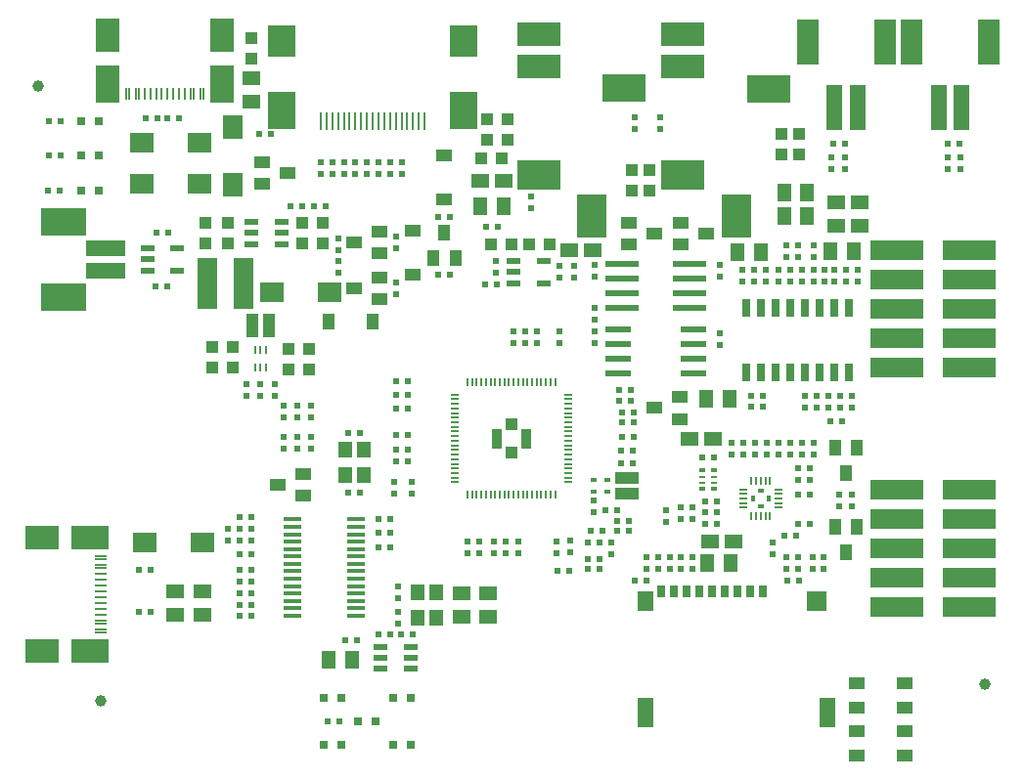
<source format=gbr>
%TF.GenerationSoftware,KiCad,Pcbnew,7.0.9-7.0.9~ubuntu22.04.1*%
%TF.CreationDate,2025-04-18T14:33:25+03:00*%
%TF.ProjectId,RP2350pc_Rev_A,52503233-3530-4706-935f-5265765f412e,A*%
%TF.SameCoordinates,PX68e7780PY7735940*%
%TF.FileFunction,Paste,Top*%
%TF.FilePolarity,Positive*%
%FSLAX46Y46*%
G04 Gerber Fmt 4.6, Leading zero omitted, Abs format (unit mm)*
G04 Created by KiCad (PCBNEW 7.0.9-7.0.9~ubuntu22.04.1) date 2025-04-18 14:33:25*
%MOMM*%
%LPD*%
G01*
G04 APERTURE LIST*
G04 Aperture macros list*
%AMOutline4P*
0 Free polygon, 4 corners , with rotation*
0 The origin of the aperture is its center*
0 number of corners: always 4*
0 $1 to $8 corner X, Y*
0 $9 Rotation angle, in degrees counterclockwise*
0 create outline with 4 corners*
4,1,4,$1,$2,$3,$4,$5,$6,$7,$8,$1,$2,$9*%
G04 Aperture macros list end*
%ADD10R,0.500000X0.550000*%
%ADD11R,0.550000X0.500000*%
%ADD12C,1.000000*%
%ADD13R,1.400000X1.000000*%
%ADD14R,2.400000X2.800000*%
%ADD15R,2.400000X3.200000*%
%ADD16R,0.230000X1.580000*%
%ADD17R,1.016000X1.016000*%
%ADD18R,0.800000X0.800000*%
%ADD19R,2.200000X0.600000*%
%ADD20R,1.270000X1.524000*%
%ADD21R,0.550000X0.450000*%
%ADD22R,0.230000X0.750000*%
%ADD23R,3.700000X2.000000*%
%ADD24R,3.700000X2.400000*%
%ADD25R,3.700000X2.600000*%
%ADD26R,2.600000X3.700000*%
%ADD27R,1.524000X1.270000*%
%ADD28R,1.000000X1.400000*%
%ADD29R,1.800000X1.800000*%
%ADD30R,1.400000X1.800000*%
%ADD31R,1.400000X2.600000*%
%ADD32R,0.700000X1.100000*%
%ADD33R,1.200000X0.550000*%
%ADD34R,1.900000X3.900000*%
%ADD35R,1.400000X3.900000*%
%ADD36R,2.000000X1.700000*%
%ADD37Outline4P,-0.850000X-2.275000X0.850000X-2.275000X0.850000X2.275000X-0.850000X2.275000X270.000000*%
%ADD38R,1.500000X0.320000*%
%ADD39R,1.200000X1.400000*%
%ADD40R,3.200000X2.100000*%
%ADD41R,3.000000X2.100000*%
%ADD42R,2.200000X1.100000*%
%ADD43R,2.000000X1.100000*%
%ADD44R,1.130000X0.280000*%
%ADD45R,1.130000X0.230000*%
%ADD46R,0.605000X0.305000*%
%ADD47R,0.605000X0.230000*%
%ADD48R,1.700000X2.000000*%
%ADD49R,2.100000X3.200000*%
%ADD50R,2.100000X3.000000*%
%ADD51R,1.100000X2.200000*%
%ADD52R,1.100000X2.000000*%
%ADD53R,0.280000X1.130000*%
%ADD54R,0.230000X1.130000*%
%ADD55R,0.635000X1.600000*%
%ADD56R,0.800000X0.211000*%
%ADD57R,0.211000X0.800000*%
%ADD58R,0.400000X0.500000*%
%ADD59R,0.500000X0.400000*%
%ADD60R,1.750000X4.500000*%
%ADD61R,3.900000X2.400000*%
%ADD62R,3.400000X1.400000*%
%ADD63R,0.791000X0.211000*%
%ADD64R,0.211000X0.791000*%
%ADD65R,0.900000X1.700000*%
%ADD66R,1.000000X1.000000*%
G04 APERTURE END LIST*
D10*
%TO.C,R84*%
X52814000Y32671000D03*
X51798000Y32671000D03*
%TD*%
%TO.C,R101*%
X51798000Y31782000D03*
X52814000Y31782000D03*
%TD*%
D11*
%TO.C,R53*%
X24000000Y30292000D03*
X24000000Y31308000D03*
%TD*%
%TO.C,R48*%
X25200000Y30292000D03*
X25200000Y31308000D03*
%TD*%
D12*
%TO.C,FID2*%
X1500000Y59000000D03*
%TD*%
D11*
%TO.C,C53*%
X22800000Y30292000D03*
X22800000Y31308000D03*
%TD*%
%TO.C,R66*%
X33000000Y51392000D03*
X33000000Y52408000D03*
%TD*%
%TO.C,R63*%
X30000000Y51392000D03*
X30000000Y52408000D03*
%TD*%
%TO.C,R60*%
X27000000Y51392000D03*
X27000000Y52408000D03*
%TD*%
%TO.C,R59*%
X26000000Y51392000D03*
X26000000Y52408000D03*
%TD*%
D12*
%TO.C,FID3*%
X83500000Y7200000D03*
%TD*%
D13*
%TO.C,BOOT1*%
X72425000Y3175000D03*
X72425000Y1025000D03*
X76575000Y3175000D03*
X76575000Y1025000D03*
%TD*%
D14*
%TO.C,DVI1*%
X22650000Y62950000D03*
D15*
X22650000Y56900000D03*
D14*
X38350000Y62950000D03*
D15*
X38350000Y56900000D03*
D16*
X26000000Y55950000D03*
X26500000Y55950000D03*
X27000000Y55950000D03*
X27500000Y55950000D03*
X28000000Y55950000D03*
X28500000Y55950000D03*
X29000000Y55950000D03*
X29500000Y55950000D03*
X30000000Y55950000D03*
X30500000Y55950000D03*
X31000000Y55950000D03*
X31500000Y55950000D03*
X32000000Y55950000D03*
X32500000Y55950000D03*
X33000000Y55950000D03*
X33500000Y55950000D03*
X34000000Y55950000D03*
X34500000Y55950000D03*
X35000000Y55950000D03*
%TD*%
D11*
%TO.C,R62*%
X29000000Y51392000D03*
X29000000Y52408000D03*
%TD*%
%TO.C,R61*%
X28000000Y51392000D03*
X28000000Y52408000D03*
%TD*%
%TO.C,R64*%
X31000000Y51392000D03*
X31000000Y52408000D03*
%TD*%
%TO.C,R65*%
X32000000Y51392000D03*
X32000000Y52408000D03*
%TD*%
D12*
%TO.C,FID1*%
X7000000Y5750000D03*
%TD*%
D10*
%TO.C,R11*%
X53008000Y27450000D03*
X51992000Y27450000D03*
%TD*%
D17*
%TO.C,C45*%
X25000000Y36289000D03*
X25000000Y34511000D03*
%TD*%
D11*
%TO.C,C65*%
X70467000Y42069000D03*
X70467000Y43085000D03*
%TD*%
%TO.C,R80*%
X66276000Y44228000D03*
X66276000Y45244000D03*
%TD*%
%TO.C,C78*%
X67673000Y43085000D03*
X67673000Y42069000D03*
%TD*%
D10*
%TO.C,R24*%
X23392000Y48600000D03*
X24408000Y48600000D03*
%TD*%
%TO.C,R38*%
X40200000Y41800000D03*
X41216000Y41800000D03*
%TD*%
D18*
%TO.C,LED_HOST4*%
X33762000Y2000000D03*
X32238000Y2000000D03*
%TD*%
D19*
%TO.C,U1*%
X51765000Y37905000D03*
X51765000Y36635000D03*
X51765000Y35365000D03*
X51765000Y34095000D03*
X58235000Y34095000D03*
X58235000Y35365000D03*
X58235000Y36635000D03*
X58235000Y37905000D03*
%TD*%
D20*
%TO.C,FB1*%
X66149000Y49816000D03*
X66149000Y47784000D03*
%TD*%
D11*
%TO.C,C8*%
X38700000Y19608000D03*
X38700000Y18592000D03*
%TD*%
D10*
%TO.C,R15*%
X3508000Y53000000D03*
X2492000Y53000000D03*
%TD*%
D20*
%TO.C,R99*%
X70086000Y44736000D03*
X72118000Y44736000D03*
%TD*%
%TO.C,C89*%
X64117000Y44609000D03*
X62085000Y44609000D03*
%TD*%
D10*
%TO.C,C52*%
X60053000Y26829000D03*
X59037000Y26829000D03*
%TD*%
D21*
%TO.C,C15*%
X50782000Y24933000D03*
X50782000Y23867000D03*
%TD*%
D11*
%TO.C,C4*%
X44700000Y36792000D03*
X44700000Y37808000D03*
%TD*%
D22*
%TO.C,U4*%
X21300000Y36175000D03*
X20800000Y36175000D03*
X20300000Y36175000D03*
X21300000Y34625000D03*
X20800000Y34625000D03*
X20300000Y34625000D03*
%TD*%
D10*
%TO.C,C13*%
X52052000Y29877000D03*
X53068000Y29877000D03*
%TD*%
D11*
%TO.C,C61*%
X62593000Y27083000D03*
X62593000Y28099000D03*
%TD*%
D23*
%TO.C,Line-In1*%
X44850000Y63525000D03*
X44850000Y60725000D03*
D24*
X52250000Y58825000D03*
D25*
X44850000Y51325000D03*
D26*
X49500000Y47775000D03*
%TD*%
D11*
%TO.C,R103*%
X39700000Y19608000D03*
X39700000Y18592000D03*
%TD*%
D10*
%TO.C,C27*%
X30992000Y20300000D03*
X32008000Y20300000D03*
%TD*%
D11*
%TO.C,R49*%
X25200000Y27592000D03*
X25200000Y28608000D03*
%TD*%
D10*
%TO.C,C60*%
X66149000Y20098000D03*
X67165000Y20098000D03*
%TD*%
D23*
%TO.C,HEADSETS1*%
X57350000Y63500000D03*
X57350000Y60700000D03*
D24*
X64750000Y58800000D03*
D25*
X57350000Y51300000D03*
D26*
X62000000Y47750000D03*
%TD*%
D17*
%TO.C,R2*%
X42200000Y56189000D03*
X42200000Y54411000D03*
%TD*%
D11*
%TO.C,R35*%
X47600000Y19616000D03*
X47600000Y18600000D03*
%TD*%
D10*
%TO.C,C85*%
X63228000Y31250000D03*
X64244000Y31250000D03*
%TD*%
D11*
%TO.C,C70*%
X60561000Y42492000D03*
X60561000Y43508000D03*
%TD*%
%TO.C,R46*%
X67673000Y28099000D03*
X67673000Y27083000D03*
%TD*%
%TO.C,R95*%
X54200000Y18208000D03*
X54200000Y17192000D03*
%TD*%
D27*
%TO.C,C40*%
X15800000Y15216000D03*
X15800000Y13184000D03*
%TD*%
D28*
%TO.C,FET2*%
X72432960Y20824440D03*
X70530500Y20824440D03*
X71485540Y18614640D03*
%TD*%
D27*
%TO.C,C44*%
X13400000Y15216000D03*
X13400000Y13184000D03*
%TD*%
D11*
%TO.C,R97*%
X56200000Y18208000D03*
X56200000Y17192000D03*
%TD*%
D10*
%TO.C,C22*%
X29408000Y29000000D03*
X28392000Y29000000D03*
%TD*%
D29*
%TO.C,MICRO_SD1*%
X68950000Y14370000D03*
D30*
X54150000Y14370000D03*
D31*
X69850000Y4770000D03*
X54150000Y4770000D03*
D32*
X64250000Y15250000D03*
X63150000Y15250000D03*
X62050000Y15250000D03*
X60950000Y15250000D03*
X59850000Y15250000D03*
X58750000Y15250000D03*
X57650000Y15250000D03*
X56550000Y15250000D03*
X55450000Y15250000D03*
%TD*%
D10*
%TO.C,C51*%
X60307000Y23019000D03*
X59291000Y23019000D03*
%TD*%
D11*
%TO.C,C71*%
X58148000Y21495000D03*
X58148000Y22511000D03*
%TD*%
%TO.C,R52*%
X27500000Y42892000D03*
X27500000Y43908000D03*
%TD*%
D10*
%TO.C,C5*%
X42692000Y37800000D03*
X43708000Y37800000D03*
%TD*%
D11*
%TO.C,R79*%
X55354000Y56293000D03*
X55354000Y55277000D03*
%TD*%
D20*
%TO.C,C32*%
X28716000Y9300000D03*
X26684000Y9300000D03*
%TD*%
D10*
%TO.C,C88*%
X62466000Y43085000D03*
X63482000Y43085000D03*
%TD*%
D17*
%TO.C,C35*%
X18400000Y36389000D03*
X18400000Y34611000D03*
%TD*%
D10*
%TO.C,R70*%
X12692000Y56200000D03*
X13708000Y56200000D03*
%TD*%
%TO.C,R76*%
X36192000Y42700000D03*
X37208000Y42700000D03*
%TD*%
D21*
%TO.C,C14*%
X49639000Y24933000D03*
X49639000Y23867000D03*
%TD*%
D18*
%TO.C,LED_HOST3*%
X33762000Y6000000D03*
X32238000Y6000000D03*
%TD*%
D33*
%TO.C,U2*%
X11000000Y44950000D03*
X11000000Y44000000D03*
X11000000Y43050000D03*
X13600000Y43050000D03*
X13600000Y44950000D03*
%TD*%
D20*
%TO.C,C80*%
X59484000Y17700000D03*
X61516000Y17700000D03*
%TD*%
D11*
%TO.C,C77*%
X68943000Y32163000D03*
X68943000Y31147000D03*
%TD*%
D34*
%TO.C,LSPK1*%
X74850000Y62850000D03*
D35*
X72500000Y57150000D03*
X70500000Y57150000D03*
D34*
X68150000Y62850000D03*
%TD*%
D20*
%TO.C,C86*%
X59384000Y31900000D03*
X61416000Y31900000D03*
%TD*%
D10*
%TO.C,C29*%
X20008000Y13100000D03*
X18992000Y13100000D03*
%TD*%
D27*
%TO.C,C46*%
X40500000Y15116000D03*
X40500000Y13084000D03*
%TD*%
D10*
%TO.C,R27*%
X30992000Y11500000D03*
X32008000Y11500000D03*
%TD*%
D27*
%TO.C,L6*%
X49516000Y44800000D03*
X47484000Y44800000D03*
%TD*%
D18*
%TO.C,CHARGING1*%
X5238000Y53000000D03*
X6762000Y53000000D03*
%TD*%
D11*
%TO.C,R92*%
X69500000Y18208000D03*
X69500000Y17192000D03*
%TD*%
D10*
%TO.C,C24*%
X40292000Y46800000D03*
X41308000Y46800000D03*
%TD*%
D36*
%TO.C,D7*%
X15500000Y54100000D03*
X10500000Y54100000D03*
%TD*%
D10*
%TO.C,C10*%
X51671000Y21368000D03*
X52687000Y21368000D03*
%TD*%
D17*
%TO.C,C38*%
X18000000Y45411000D03*
X18000000Y47189000D03*
%TD*%
D10*
%TO.C,R58*%
X11908000Y56200000D03*
X10892000Y56200000D03*
%TD*%
D20*
%TO.C,C23*%
X41816000Y48600000D03*
X39784000Y48600000D03*
%TD*%
D11*
%TO.C,C68*%
X53195000Y56293000D03*
X53195000Y55277000D03*
%TD*%
D10*
%TO.C,R20*%
X18992000Y21700000D03*
X20008000Y21700000D03*
%TD*%
D37*
%TO.C,UEXT1*%
X82125000Y44830000D03*
X75875000Y44830000D03*
X82125000Y42290000D03*
X75875000Y42290000D03*
X82125000Y39750000D03*
X75875000Y39750000D03*
X82125000Y37210000D03*
X75875000Y37210000D03*
X82125000Y34670000D03*
X75875000Y34670000D03*
%TD*%
D17*
%TO.C,C75*%
X65895000Y54896000D03*
X65895000Y53118000D03*
%TD*%
D10*
%TO.C,R33*%
X26592000Y4000000D03*
X27608000Y4000000D03*
%TD*%
D11*
%TO.C,C48*%
X41200000Y43908000D03*
X41200000Y42892000D03*
%TD*%
D10*
%TO.C,R56*%
X67292000Y24924000D03*
X68308000Y24924000D03*
%TD*%
%TO.C,R72*%
X33508000Y32300000D03*
X32492000Y32300000D03*
%TD*%
D11*
%TO.C,C93*%
X81389000Y51848000D03*
X81389000Y52864000D03*
%TD*%
D19*
%TO.C,U10*%
X52400000Y43655000D03*
X52400000Y42385000D03*
X52400000Y41115000D03*
X52400000Y39845000D03*
X57600000Y39845000D03*
X57600000Y41115000D03*
X57600000Y42385000D03*
X57600000Y43655000D03*
%TD*%
%TO.C,U9*%
X51765000Y43655000D03*
X51765000Y42385000D03*
X51765000Y41115000D03*
X51765000Y39845000D03*
X58235000Y39845000D03*
X58235000Y41115000D03*
X58235000Y42385000D03*
X58235000Y43655000D03*
%TD*%
D10*
%TO.C,R37*%
X49092000Y18066000D03*
X50108000Y18066000D03*
%TD*%
%TO.C,C2*%
X12700000Y41700000D03*
X11684000Y41700000D03*
%TD*%
%TO.C,R55*%
X67292000Y25940000D03*
X68308000Y25940000D03*
%TD*%
%TO.C,C7*%
X33508000Y28800000D03*
X32492000Y28800000D03*
%TD*%
%TO.C,R29*%
X20008000Y19700000D03*
X18992000Y19700000D03*
%TD*%
%TO.C,R17*%
X11308000Y17100000D03*
X10292000Y17100000D03*
%TD*%
D11*
%TO.C,R40*%
X32500000Y44994540D03*
X32500000Y46010540D03*
%TD*%
%TO.C,C94*%
X68689000Y44228000D03*
X68689000Y45244000D03*
%TD*%
D10*
%TO.C,C11*%
X52052000Y30766000D03*
X53068000Y30766000D03*
%TD*%
%TO.C,C58*%
X67292000Y21114000D03*
X68308000Y21114000D03*
%TD*%
D13*
%TO.C,T2*%
X57142560Y47199960D03*
X57142560Y45297500D03*
X59352360Y46252540D03*
%TD*%
D11*
%TO.C,C92*%
X67292000Y44228000D03*
X67292000Y45244000D03*
%TD*%
%TO.C,R47*%
X70848000Y23654000D03*
X70848000Y22638000D03*
%TD*%
D17*
%TO.C,R5*%
X40400000Y56189000D03*
X40400000Y54411000D03*
%TD*%
D13*
%TO.C,FET5*%
X31107440Y40550039D03*
X31107440Y42452499D03*
X28897640Y41497459D03*
%TD*%
D10*
%TO.C,R90*%
X67408000Y16200000D03*
X66392000Y16200000D03*
%TD*%
D17*
%TO.C,C66*%
X67419000Y53118000D03*
X67419000Y54896000D03*
%TD*%
D11*
%TO.C,R83*%
X67927000Y31147000D03*
X67927000Y32163000D03*
%TD*%
%TO.C,R68*%
X69959000Y31147000D03*
X69959000Y32163000D03*
%TD*%
D10*
%TO.C,C12*%
X52052000Y28607000D03*
X53068000Y28607000D03*
%TD*%
D38*
%TO.C,U6*%
X29031500Y13160000D03*
X29031500Y13800000D03*
X29031500Y14440000D03*
X29031500Y15080000D03*
X29031500Y15720000D03*
X29031500Y16360000D03*
X29031500Y17000000D03*
X29031500Y17640000D03*
X29031500Y18280000D03*
X29031500Y18920000D03*
X29031500Y19560000D03*
X29031500Y20200000D03*
X29031500Y20840000D03*
X29031500Y21480000D03*
X23531500Y21480000D03*
X23531500Y20840000D03*
X23531500Y20200000D03*
X23531500Y19560000D03*
X23531500Y18920000D03*
X23531500Y18280000D03*
X23531500Y17640000D03*
X23531500Y17000000D03*
X23531500Y16360000D03*
X23531500Y15720000D03*
X23531500Y15080000D03*
X23531500Y14440000D03*
X23531500Y13800000D03*
X23531500Y13160000D03*
%TD*%
D36*
%TO.C,D4*%
X26750000Y41200000D03*
X21750000Y41200000D03*
%TD*%
D17*
%TO.C,C64*%
X52941000Y51721000D03*
X52941000Y49943000D03*
%TD*%
D11*
%TO.C,R85*%
X41000000Y18592000D03*
X41000000Y19608000D03*
%TD*%
D18*
%TO.C,Act/Sus1*%
X30762000Y4000000D03*
X29238000Y4000000D03*
%TD*%
D11*
%TO.C,R81*%
X70975000Y32163000D03*
X70975000Y31147000D03*
%TD*%
%TO.C,C56*%
X46700000Y43408000D03*
X46700000Y42392000D03*
%TD*%
D13*
%TO.C,T1*%
X24507440Y23550040D03*
X24507440Y25452500D03*
X22297640Y24497460D03*
%TD*%
D33*
%TO.C,U7*%
X22600100Y45350000D03*
X22600100Y46300000D03*
X22600100Y47250000D03*
X19999900Y47250000D03*
X19999900Y46300000D03*
X19999900Y45350000D03*
%TD*%
D10*
%TO.C,R13*%
X32492000Y27500000D03*
X33508000Y27500000D03*
%TD*%
%TO.C,C87*%
X63482000Y42069000D03*
X62466000Y42069000D03*
%TD*%
D13*
%TO.C,FET4*%
X31107440Y44552580D03*
X31107440Y46455040D03*
X28897640Y45500000D03*
%TD*%
D10*
%TO.C,C6*%
X33508000Y31100000D03*
X32492000Y31100000D03*
%TD*%
D11*
%TO.C,R6*%
X49700000Y39808000D03*
X49700000Y38792000D03*
%TD*%
D10*
%TO.C,C26*%
X20008000Y16100000D03*
X18992000Y16100000D03*
%TD*%
%TO.C,C63*%
X71102000Y30004000D03*
X70086000Y30004000D03*
%TD*%
D33*
%TO.C,U5*%
X33800100Y8550000D03*
X33800100Y9500000D03*
X33800100Y10450000D03*
X31199900Y10450000D03*
X31199900Y9500000D03*
X31199900Y8550000D03*
%TD*%
D10*
%TO.C,R30*%
X20008000Y20700000D03*
X18992000Y20700000D03*
%TD*%
%TO.C,R9*%
X51671000Y20479000D03*
X52687000Y20479000D03*
%TD*%
D17*
%TO.C,R43*%
X45789000Y45300000D03*
X44011000Y45300000D03*
%TD*%
D11*
%TO.C,R102*%
X46400000Y19608000D03*
X46400000Y18592000D03*
%TD*%
%TO.C,R93*%
X66276000Y18193000D03*
X66276000Y17177000D03*
%TD*%
%TO.C,R50*%
X65641000Y27083000D03*
X65641000Y28099000D03*
%TD*%
D39*
%TO.C,Q2*%
X34400000Y15200000D03*
X36000000Y13000000D03*
X36000000Y15200000D03*
X34400000Y13000000D03*
%TD*%
D11*
%TO.C,R12*%
X51163000Y18447000D03*
X51163000Y19463000D03*
%TD*%
%TO.C,C62*%
X65133000Y18447000D03*
X65133000Y19463000D03*
%TD*%
D10*
%TO.C,R28*%
X34008000Y11500000D03*
X32992000Y11500000D03*
%TD*%
D40*
%TO.C,USB-PGM1*%
X6030000Y10072400D03*
X6030000Y19927600D03*
D41*
X1850000Y10072400D03*
X1850000Y19927600D03*
D42*
X6030000Y10072400D03*
X6030000Y19927600D03*
D43*
X1850000Y10072400D03*
X1850000Y19927600D03*
D44*
X6932000Y18325000D03*
X6932000Y17525000D03*
D45*
X6932000Y16250000D03*
X6932000Y15250000D03*
X6932000Y14750000D03*
X6932000Y13750000D03*
D44*
X6932000Y12475000D03*
X6932000Y11675000D03*
X6932000Y11925000D03*
X6932000Y12725000D03*
D45*
X6932000Y13250000D03*
X6932000Y14250000D03*
X6932000Y15750000D03*
X6932000Y16750000D03*
D44*
X6932000Y17275000D03*
X6932000Y18075000D03*
%TD*%
D10*
%TO.C,R32*%
X20008000Y14100000D03*
X18992000Y14100000D03*
%TD*%
D27*
%TO.C,FB3*%
X70594000Y48927000D03*
X72626000Y48927000D03*
%TD*%
D11*
%TO.C,R87*%
X67292000Y18208000D03*
X67292000Y17192000D03*
%TD*%
D13*
%TO.C,FET1*%
X20892560Y52449960D03*
X20892560Y50547500D03*
X23102360Y51502540D03*
%TD*%
D46*
%TO.C,RM1*%
X59032500Y25714000D03*
X60057500Y25714000D03*
D47*
X59032500Y25174000D03*
X60057500Y25174000D03*
X59032500Y24674000D03*
X60057500Y24674000D03*
D46*
X59032500Y24134000D03*
X60057500Y24134000D03*
%TD*%
D11*
%TO.C,C49*%
X66657000Y27083000D03*
X66657000Y28099000D03*
%TD*%
D28*
%TO.C,D5*%
X30500000Y38600000D03*
X26700000Y38600000D03*
%TD*%
D10*
%TO.C,C83*%
X72499000Y42069000D03*
X71483000Y42069000D03*
%TD*%
%TO.C,R71*%
X32492000Y33500000D03*
X33508000Y33500000D03*
%TD*%
D11*
%TO.C,R100*%
X46700000Y36792000D03*
X46700000Y37808000D03*
%TD*%
%TO.C,R94*%
X55862000Y22257000D03*
X55862000Y21241000D03*
%TD*%
D13*
%TO.C,T3*%
X52642560Y47199960D03*
X52642560Y45297500D03*
X54852360Y46252540D03*
%TD*%
D11*
%TO.C,R51*%
X27500000Y45808000D03*
X27500000Y44792000D03*
%TD*%
%TO.C,C9*%
X42000000Y19608000D03*
X42000000Y18592000D03*
%TD*%
%TO.C,R57*%
X47900000Y43408000D03*
X47900000Y42392000D03*
%TD*%
D39*
%TO.C,Q1*%
X29700000Y25300000D03*
X28100000Y27500000D03*
X28100000Y25300000D03*
X29700000Y27500000D03*
%TD*%
D13*
%TO.C,D6*%
X34000000Y46500000D03*
X34000000Y42700000D03*
%TD*%
D11*
%TO.C,R18*%
X49700000Y37808000D03*
X49700000Y36792000D03*
%TD*%
D10*
%TO.C,R75*%
X37208000Y47700000D03*
X36192000Y47700000D03*
%TD*%
D11*
%TO.C,R44*%
X68689000Y28099000D03*
X68689000Y27083000D03*
%TD*%
%TO.C,R86*%
X68562000Y18208000D03*
X68562000Y17192000D03*
%TD*%
%TO.C,C76*%
X71991000Y31147000D03*
X71991000Y32163000D03*
%TD*%
%TO.C,R89*%
X55200000Y18208000D03*
X55200000Y17192000D03*
%TD*%
D20*
%TO.C,FB2*%
X68054000Y49816000D03*
X68054000Y47784000D03*
%TD*%
D11*
%TO.C,C18*%
X43100000Y19608000D03*
X43100000Y18592000D03*
%TD*%
D10*
%TO.C,R104*%
X80246000Y54007000D03*
X81262000Y54007000D03*
%TD*%
%TO.C,R22*%
X32008000Y21500000D03*
X30992000Y21500000D03*
%TD*%
D13*
%TO.C,RST1*%
X72425000Y7325000D03*
X72425000Y5175000D03*
X76575000Y7325000D03*
X76575000Y5175000D03*
%TD*%
D11*
%TO.C,C54*%
X22800000Y27592000D03*
X22800000Y28608000D03*
%TD*%
%TO.C,R73*%
X57132000Y22511000D03*
X57132000Y21495000D03*
%TD*%
D27*
%TO.C,C67*%
X20000000Y59716000D03*
X20000000Y57684000D03*
%TD*%
D10*
%TO.C,C28*%
X30992000Y19100000D03*
X32008000Y19100000D03*
%TD*%
D28*
%TO.C,FET6*%
X35750040Y44092560D03*
X37652500Y44092560D03*
X36697460Y46302360D03*
%TD*%
D10*
%TO.C,R31*%
X20008000Y15100000D03*
X18992000Y15100000D03*
%TD*%
%TO.C,C20*%
X50401000Y20479000D03*
X49385000Y20479000D03*
%TD*%
D11*
%TO.C,C30*%
X32700000Y14692000D03*
X32700000Y15708000D03*
%TD*%
D17*
%TO.C,C39*%
X16000000Y45411000D03*
X16000000Y47189000D03*
%TD*%
D43*
%TO.C,L2*%
X52500000Y25100000D03*
X52500000Y23700000D03*
%TD*%
D11*
%TO.C,C19*%
X49639000Y22104600D03*
X49639000Y23120600D03*
%TD*%
D10*
%TO.C,C47*%
X50147000Y19463000D03*
X49131000Y19463000D03*
%TD*%
D17*
%TO.C,R4*%
X41689000Y52800000D03*
X39911000Y52800000D03*
%TD*%
D11*
%TO.C,R26*%
X19600000Y33208000D03*
X19600000Y32192000D03*
%TD*%
D48*
%TO.C,D3*%
X18397000Y50500000D03*
X18397000Y55500000D03*
%TD*%
D18*
%TO.C,LED1*%
X5238000Y50000000D03*
X6762000Y50000000D03*
%TD*%
D11*
%TO.C,C43*%
X18000000Y20708000D03*
X18000000Y19692000D03*
%TD*%
D10*
%TO.C,C25*%
X20008000Y17100000D03*
X18992000Y17100000D03*
%TD*%
%TO.C,C17*%
X33508000Y26500000D03*
X32492000Y26500000D03*
%TD*%
D13*
%TO.C,T4*%
X57096440Y30197040D03*
X57096440Y32099500D03*
X54886640Y31144460D03*
%TD*%
D10*
%TO.C,C21*%
X29408000Y23800000D03*
X28392000Y23800000D03*
%TD*%
%TO.C,R16*%
X12800000Y46300000D03*
X11784000Y46300000D03*
%TD*%
%TO.C,R21*%
X18992000Y18500000D03*
X20008000Y18500000D03*
%TD*%
D49*
%TO.C,USB-PWR1*%
X7572400Y59220000D03*
X17427600Y59220000D03*
D50*
X7572400Y63400000D03*
X17427600Y63400000D03*
D51*
X7572400Y59220000D03*
X17427600Y59220000D03*
D52*
X7572400Y63400000D03*
X17427600Y63400000D03*
D53*
X15825000Y58318000D03*
X15025000Y58318000D03*
D54*
X13750000Y58318000D03*
X12750000Y58318000D03*
X12250000Y58318000D03*
X11250000Y58318000D03*
D53*
X9975000Y58318000D03*
X9175000Y58318000D03*
X9425000Y58318000D03*
X10225000Y58318000D03*
D54*
X10750000Y58318000D03*
X11750000Y58318000D03*
X13250000Y58318000D03*
X14250000Y58318000D03*
D53*
X14775000Y58318000D03*
X15575000Y58318000D03*
%TD*%
D11*
%TO.C,R88*%
X58200000Y18208000D03*
X58200000Y17192000D03*
%TD*%
%TO.C,R25*%
X20800000Y33208000D03*
X20800000Y32192000D03*
%TD*%
D10*
%TO.C,C16*%
X42692000Y36800000D03*
X43708000Y36800000D03*
%TD*%
D36*
%TO.C,D1*%
X15800000Y19450000D03*
X10800000Y19450000D03*
%TD*%
D11*
%TO.C,R54*%
X24000000Y27592000D03*
X24000000Y28608000D03*
%TD*%
D17*
%TO.C,C34*%
X26189000Y47200000D03*
X24411000Y47200000D03*
%TD*%
D11*
%TO.C,C1*%
X60561000Y36608000D03*
X60561000Y37624000D03*
%TD*%
%TO.C,C90*%
X71356000Y51848000D03*
X71356000Y52864000D03*
%TD*%
D10*
%TO.C,R91*%
X70340000Y54007000D03*
X71356000Y54007000D03*
%TD*%
D11*
%TO.C,R7*%
X33891000Y23692000D03*
X33891000Y24708000D03*
%TD*%
D36*
%TO.C,D2*%
X15500000Y50600000D03*
X10500000Y50600000D03*
%TD*%
D17*
%TO.C,R39*%
X40711000Y45300000D03*
X42489000Y45300000D03*
%TD*%
%TO.C,C74*%
X54465000Y49943000D03*
X54465000Y51721000D03*
%TD*%
D28*
%TO.C,FET3*%
X72432960Y27682440D03*
X70530500Y27682440D03*
X71485540Y25472640D03*
%TD*%
D10*
%TO.C,R96*%
X53192000Y16200000D03*
X54208000Y16200000D03*
%TD*%
D55*
%TO.C,U11*%
X62805000Y34200000D03*
X64075000Y34200000D03*
X65345000Y34200000D03*
X66615000Y34200000D03*
X67885000Y34200000D03*
X69155000Y34200000D03*
X70425000Y34200000D03*
X71695000Y34200000D03*
X71695000Y39800000D03*
X70425000Y39800000D03*
X69155000Y39800000D03*
X67885000Y39800000D03*
X66615000Y39800000D03*
X65345000Y39800000D03*
X64075000Y39800000D03*
X62805000Y39800000D03*
%TD*%
D17*
%TO.C,C42*%
X23200000Y36289000D03*
X23200000Y34511000D03*
%TD*%
D13*
%TO.C,D8*%
X36700000Y53000000D03*
X36700000Y49200000D03*
%TD*%
D10*
%TO.C,R74*%
X3408000Y50000000D03*
X2392000Y50000000D03*
%TD*%
D17*
%TO.C,C33*%
X16600000Y36389000D03*
X16600000Y34611000D03*
%TD*%
D10*
%TO.C,C82*%
X71483000Y43085000D03*
X72499000Y43085000D03*
%TD*%
D27*
%TO.C,C41*%
X38200000Y15116000D03*
X38200000Y13084000D03*
%TD*%
D10*
%TO.C,R1*%
X3508000Y56000000D03*
X2492000Y56000000D03*
%TD*%
D27*
%TO.C,L7*%
X61704000Y19600000D03*
X59672000Y19600000D03*
%TD*%
D11*
%TO.C,R78*%
X49700000Y42492000D03*
X49700000Y43508000D03*
%TD*%
%TO.C,R41*%
X32500000Y40991999D03*
X32500000Y42007999D03*
%TD*%
%TO.C,C81*%
X70213000Y51848000D03*
X70213000Y52864000D03*
%TD*%
%TO.C,C73*%
X60307000Y22130000D03*
X60307000Y21114000D03*
%TD*%
%TO.C,R42*%
X64498000Y43085000D03*
X64498000Y42069000D03*
%TD*%
D18*
%TO.C,LED_HOST1*%
X27762000Y6000000D03*
X26238000Y6000000D03*
%TD*%
D10*
%TO.C,R77*%
X65641000Y43085000D03*
X66657000Y43085000D03*
%TD*%
D11*
%TO.C,R82*%
X68689000Y42069000D03*
X68689000Y43085000D03*
%TD*%
D10*
%TO.C,C79*%
X66657000Y42069000D03*
X65641000Y42069000D03*
%TD*%
%TO.C,R36*%
X50108000Y17177000D03*
X49092000Y17177000D03*
%TD*%
D11*
%TO.C,C37*%
X22000000Y33208000D03*
X22000000Y32192000D03*
%TD*%
%TO.C,R45*%
X71991000Y22638000D03*
X71991000Y23654000D03*
%TD*%
D27*
%TO.C,L1*%
X39784000Y50800000D03*
X41816000Y50800000D03*
%TD*%
D56*
%TO.C,U8*%
X65600000Y22500000D03*
X65600000Y22900000D03*
X65600000Y23300000D03*
X65600000Y23700000D03*
X65600000Y24100000D03*
D57*
X64900000Y21800000D03*
X64900000Y24800000D03*
D58*
X64750000Y23300000D03*
D57*
X64500000Y21800000D03*
X64500000Y24800000D03*
X64100000Y21800000D03*
D59*
X64100000Y22650000D03*
X64100000Y23950000D03*
D57*
X64100000Y24800000D03*
X63700000Y21800000D03*
X63700000Y24800000D03*
D58*
X63450000Y23300000D03*
D57*
X63300000Y21800000D03*
X63300000Y24800000D03*
D56*
X62600000Y22500000D03*
X62600000Y22900000D03*
X62600000Y23300000D03*
X62600000Y23700000D03*
X62600000Y24100000D03*
%TD*%
D10*
%TO.C,R19*%
X28092000Y11000000D03*
X29108000Y11000000D03*
%TD*%
D17*
%TO.C,R67*%
X20000000Y61411000D03*
X20000000Y63189000D03*
%TD*%
%TO.C,C36*%
X26189000Y45400000D03*
X24411000Y45400000D03*
%TD*%
D10*
%TO.C,R23*%
X26408000Y48600000D03*
X25392000Y48600000D03*
%TD*%
D27*
%TO.C,FB4*%
X72626000Y46895000D03*
X70594000Y46895000D03*
%TD*%
D11*
%TO.C,R69*%
X69578000Y43085000D03*
X69578000Y42069000D03*
%TD*%
%TO.C,R98*%
X57200000Y18208000D03*
X57200000Y17192000D03*
%TD*%
D52*
%TO.C,L4*%
X21500000Y38300000D03*
X20100000Y38300000D03*
%TD*%
D11*
%TO.C,C72*%
X59291000Y21114000D03*
X59291000Y22130000D03*
%TD*%
%TO.C,C91*%
X80246000Y52864000D03*
X80246000Y51848000D03*
%TD*%
D10*
%TO.C,R10*%
X53008000Y26350000D03*
X51992000Y26350000D03*
%TD*%
D60*
%TO.C,L3*%
X19350000Y41950000D03*
X16150000Y41950000D03*
%TD*%
D18*
%TO.C,PWR_LED1*%
X5238000Y56000000D03*
X6762000Y56000000D03*
%TD*%
D61*
%TO.C,BAT1*%
X3775000Y47300000D03*
D62*
X7400000Y45000000D03*
X7400000Y43000000D03*
D61*
X3775000Y40700000D03*
%TD*%
D11*
%TO.C,C31*%
X32700000Y13508000D03*
X32700000Y12492000D03*
%TD*%
D27*
%TO.C,L5*%
X57894000Y28480000D03*
X59926000Y28480000D03*
%TD*%
D11*
%TO.C,C69*%
X44178000Y49435000D03*
X44178000Y48419000D03*
%TD*%
D10*
%TO.C,R14*%
X11308000Y13500000D03*
X10292000Y13500000D03*
%TD*%
D18*
%TO.C,LED_HOST2*%
X27762000Y2000000D03*
X26238000Y2000000D03*
%TD*%
D63*
%TO.C,U3*%
X47396500Y24700000D03*
X47396500Y25100000D03*
X47396500Y25500000D03*
X47396500Y25900000D03*
X47396500Y26300000D03*
X47396500Y26700000D03*
X47396500Y27100000D03*
X47396500Y27500000D03*
X47396500Y27900000D03*
X47396500Y28300000D03*
X47396500Y28700000D03*
X47396500Y29100000D03*
X47396500Y29500000D03*
X47396500Y29900000D03*
X47396500Y30300000D03*
X47396500Y30700000D03*
X47396500Y31100000D03*
X47396500Y31500000D03*
X47396500Y31900000D03*
X47396500Y32300000D03*
D64*
X46300000Y23603500D03*
X46300000Y33396500D03*
X45900000Y23603500D03*
X45900000Y33396500D03*
X45500000Y23603500D03*
X45500000Y33396500D03*
X45100000Y23603500D03*
X45100000Y33396500D03*
X44700000Y23603500D03*
X44700000Y33396500D03*
X44300000Y23603500D03*
X44300000Y33396500D03*
X43900000Y23603500D03*
X43900000Y33396500D03*
D65*
X43750000Y28500000D03*
D64*
X43500000Y23603500D03*
X43500000Y33396500D03*
X43100000Y23603500D03*
X43100000Y33396500D03*
X42700000Y23603500D03*
X42700000Y33396500D03*
D66*
X42500000Y27300000D03*
X42500000Y29700000D03*
D64*
X42300000Y23603500D03*
X42300000Y33396500D03*
X41900000Y23603500D03*
X41900000Y33396500D03*
X41500000Y23603500D03*
X41500000Y33396500D03*
D65*
X41250000Y28500000D03*
D64*
X41100000Y23603500D03*
X41100000Y33396500D03*
X40700000Y23603500D03*
X40700000Y33396500D03*
X40300000Y23603500D03*
X40300000Y33396500D03*
X39900000Y23603500D03*
X39900000Y33396500D03*
X39500000Y23603500D03*
X39500000Y33396500D03*
X39100000Y23603500D03*
X39100000Y33396500D03*
X38700000Y23603500D03*
X38700000Y33396500D03*
D63*
X37603500Y24700000D03*
X37603500Y25100000D03*
X37603500Y25500000D03*
X37603500Y25900000D03*
X37603500Y26300000D03*
X37603500Y26700000D03*
X37603500Y27100000D03*
X37603500Y27500000D03*
X37603500Y27900000D03*
X37603500Y28300000D03*
X37603500Y28700000D03*
X37603500Y29100000D03*
X37603500Y29500000D03*
X37603500Y29900000D03*
X37603500Y30300000D03*
X37603500Y30700000D03*
X37603500Y31100000D03*
X37603500Y31500000D03*
X37603500Y31900000D03*
X37603500Y32300000D03*
%TD*%
D10*
%TO.C,R3*%
X20692000Y54900000D03*
X21708000Y54900000D03*
%TD*%
D11*
%TO.C,C57*%
X61577000Y28099000D03*
X61577000Y27083000D03*
%TD*%
%TO.C,C59*%
X63609000Y27083000D03*
X63609000Y28099000D03*
%TD*%
D37*
%TO.C,UEXT2*%
X82125000Y24080000D03*
X75875000Y24080000D03*
X82125000Y21540000D03*
X75875000Y21540000D03*
X82125000Y19000000D03*
X75875000Y19000000D03*
X82125000Y16460000D03*
X75875000Y16460000D03*
X82125000Y13920000D03*
X75875000Y13920000D03*
%TD*%
D34*
%TO.C,RSPK1*%
X83850000Y62850000D03*
D35*
X81500000Y57150000D03*
X79500000Y57150000D03*
D34*
X77150000Y62850000D03*
%TD*%
D11*
%TO.C,C55*%
X64625000Y27083000D03*
X64625000Y28099000D03*
%TD*%
D10*
%TO.C,R8*%
X51671000Y22257000D03*
X50655000Y22257000D03*
%TD*%
%TO.C,C50*%
X67292000Y23654000D03*
X68308000Y23654000D03*
%TD*%
%TO.C,C84*%
X64244000Y32163000D03*
X63228000Y32163000D03*
%TD*%
D11*
%TO.C,C3*%
X32400000Y24708000D03*
X32400000Y23692000D03*
%TD*%
D10*
%TO.C,R34*%
X46492000Y17000000D03*
X47508000Y17000000D03*
%TD*%
D33*
%TO.C,VR1*%
X42700000Y43850000D03*
X42700000Y42900000D03*
X42700000Y41950000D03*
X45300000Y41950000D03*
X45300000Y43850000D03*
%TD*%
M02*

</source>
